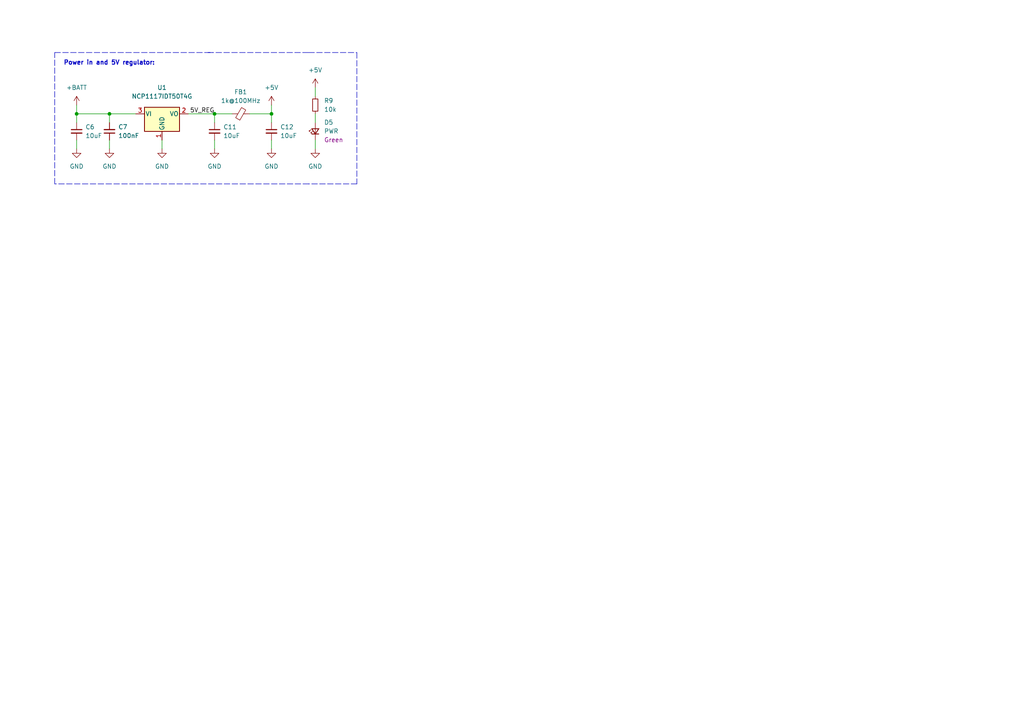
<source format=kicad_sch>
(kicad_sch (version 20231120) (generator "eeschema") (generator_version "8.0")
  (paper "A4")
  (title_block (title "LMM Retrofit") (date "2022-05-08") (rev "1") (company "Hans Wilhelm Zeuschner") (comment 1 "Zweitprüfer: Ewald Zimmermann B. Eng.") (comment 2 "Betreuer: Prof. Dr. Carsten Koch") (comment 3 "Hochschule Emden Leer") (comment 4 "Bacheloarbeit SoSe 2022"))
  (lib_symbols
    (symbol "Device:C_Small" (pin_numbers hide) (pin_names (offset 0.254) hide)
      (property "Reference" "C" (at 0.254 1.778 0))
      (property "Value" "C_Small" (at 0.254 -2.032 0))
      (symbol "C_Small_0_1"
        (polyline (pts (xy -1.524 -0.508) (xy 1.524 -0.508)) (stroke (width 0.3302)))
        (polyline (pts (xy -1.524 0.508) (xy 1.524 0.508)) (stroke (width 0.3048)))
      )
      (symbol "C_Small_1_1"
        (pin passive line (at 0 2.54 270) (length 2.032) (name "~") (number "1"))
        (pin passive line (at 0 -2.54 90) (length 2.032) (name "~") (number "2"))
      )
    )
    (symbol "Device:FerriteBead_Small" (pin_numbers hide) (pin_names (offset 0))
      (property "Reference" "FB" (at 1.905 1.27 0))
      (property "Value" "FerriteBead_Small" (at 1.905 -1.27 0))
      (symbol "FerriteBead_Small_0_1"
        (polyline (pts (xy 0 -1.27) (xy 0 -0.7874)))
        (polyline (pts (xy 0 0.889) (xy 0 1.2954)))
        (polyline (pts (xy -1.8288 0.2794) (xy -1.1176 1.4986) (xy 1.8288 -0.2032) (xy 1.1176 -1.4224) (xy -1.8288 0.2794)))
      )
      (symbol "FerriteBead_Small_1_1"
        (pin passive line (at 0 2.54 270) (length 1.27) (name "~") (number "1"))
        (pin passive line (at 0 -2.54 90) (length 1.27) (name "~") (number "2"))
      )
    )
    (symbol "Device:LED_Small" (pin_numbers hide) (pin_names (offset 0.254) hide)
      (property "Reference" "D" (at -1.27 3.175 0))
      (property "Value" "LED_Small" (at -4.445 -2.54 0))
      (symbol "LED_Small_0_1"
        (polyline (pts (xy -0.762 -1.016) (xy -0.762 1.016)) (stroke (width 0.254)))
        (polyline (pts (xy 1.016 0) (xy -0.762 0)))
        (polyline (pts (xy 0.762 -1.016) (xy -0.762 0) (xy 0.762 1.016) (xy 0.762 -1.016)) (stroke (width 0.254)))
        (polyline (pts (xy 0 0.762) (xy -0.508 1.27) (xy -0.254 1.27) (xy -0.508 1.27) (xy -0.508 1.016)))
        (polyline (pts (xy 0.508 1.27) (xy 0 1.778) (xy 0.254 1.778) (xy 0 1.778) (xy 0 1.524)))
      )
      (symbol "LED_Small_1_1"
        (pin passive line (at -2.54 0 0) (length 1.778) (name "K") (number "1"))
        (pin passive line (at 2.54 0 180) (length 1.778) (name "A") (number "2"))
      )
    )
    (symbol "Device:R_Small" (pin_numbers hide) (pin_names (offset 0.254) hide)
      (property "Reference" "R" (at 0.762 0.508 0))
      (property "Value" "R_Small" (at 0.762 -1.016 0))
      (symbol "R_Small_0_1"
        (rectangle (start -0.762 1.778) (end 0.762 -1.778) (stroke (width 0.2032)))
      )
      (symbol "R_Small_1_1"
        (pin passive line (at 0 2.54 270) (length 0.762) (name "~") (number "1"))
        (pin passive line (at 0 -2.54 90) (length 0.762) (name "~") (number "2"))
      )
    )
    (symbol "Regulator_Linear:NCP1117-5.0_TO252" (pin_names (offset 0.254))
      (property "Reference" "U" (at -3.81 3.175 0))
      (property "Value" "NCP1117-5.0_TO252" (at 0 3.175 0))
      (symbol "NCP1117-5.0_TO252_0_1"
        (rectangle (start -5.08 1.905) (end 5.08 -5.08) (stroke (width 0.254)) (fill (type background)))
      )
      (symbol "NCP1117-5.0_TO252_1_1"
        (pin power_in line (at 0 -7.62 90) (length 2.54) (name "GND") (number "1"))
        (pin power_out line (at 7.62 0 180) (length 2.54) (name "VO") (number "2"))
        (pin power_in line (at -7.62 0 0) (length 2.54) (name "VI") (number "3"))
      )
    )
    (symbol "power:+5V" (power) (pin_names (offset 0))
      (property "Value" "+5V" (at 0 3.556 0))
      (symbol "+5V_0_1"
        (polyline (pts (xy -0.762 1.27) (xy 0 2.54)))
        (polyline (pts (xy 0 0) (xy 0 2.54)))
        (polyline (pts (xy 0 2.54) (xy 0.762 1.27)))
      )
      (symbol "+5V_1_1"
        (pin power_in line (at 0 0 90) (length 0) hide (name "+5V") (number "1"))
      )
    )
    (symbol "power:+BATT" (power) (pin_names (offset 0))
      (property "Value" "+BATT" (at 0 3.556 0))
      (symbol "+BATT_0_1"
        (polyline (pts (xy -0.762 1.27) (xy 0 2.54)))
        (polyline (pts (xy 0 0) (xy 0 2.54)))
        (polyline (pts (xy 0 2.54) (xy 0.762 1.27)))
      )
      (symbol "+BATT_1_1"
        (pin power_in line (at 0 0 90) (length 0) hide (name "+BATT") (number "1"))
      )
    )
    (symbol "power:GND" (power) (pin_names (offset 0))
      (property "Value" "GND" (at 0 -3.81 0))
      (symbol "GND_0_1"
        (polyline (pts (xy 0 0) (xy 0 -1.27) (xy 1.27 -1.27) (xy 0 -2.54) (xy -1.27 -1.27) (xy 0 -1.27)))
      )
      (symbol "GND_1_1"
        (pin power_in line (at 0 0 270) (length 0) hide (name "GND") (number "1"))
      )
    )
  )
  (junction (at 62.23 33.02))
  (junction (at 31.75 33.02))
  (junction (at 22.225 33.02))
  (junction (at 78.74 33.02))
  (wire (pts (xy 91.44 25.4) (xy 91.44 27.94)))
  (polyline (pts (xy 103.505 53.34) (xy 89.535 53.34)) (stroke (width 0) (type dash)))
  (wire (pts (xy 78.74 33.02) (xy 78.74 30.48)))
  (polyline (pts (xy 60.325 15.24) (xy 89.535 15.24)) (stroke (width 0) (type dash)))
  (polyline (pts (xy 15.875 53.34) (xy 15.875 15.24)) (stroke (width 0) (type dash)))
  (wire (pts (xy 62.23 33.02) (xy 67.31 33.02)))
  (wire (pts (xy 22.225 33.02) (xy 31.75 33.02)))
  (wire (pts (xy 31.75 33.02) (xy 39.37 33.02)))
  (polyline (pts (xy 89.535 15.24) (xy 103.505 15.24)) (stroke (width 0) (type dash)))
  (wire (pts (xy 62.23 40.64) (xy 62.23 43.18)))
  (wire (pts (xy 91.44 33.02) (xy 91.44 35.56)))
  (polyline (pts (xy 89.535 53.34) (xy 15.875 53.34)) (stroke (width 0) (type dash)))
  (polyline (pts (xy 103.505 15.24) (xy 103.505 53.34)) (stroke (width 0) (type dash)))
  (wire (pts (xy 54.61 33.02) (xy 62.23 33.02)))
  (wire (pts (xy 46.99 40.64) (xy 46.99 43.18)))
  (wire (pts (xy 22.225 33.02) (xy 22.225 35.56)))
  (wire (pts (xy 72.39 33.02) (xy 78.74 33.02)))
  (wire (pts (xy 62.23 33.02) (xy 62.23 35.56)))
  (polyline (pts (xy 15.875 15.24) (xy 61.595 15.24)) (stroke (width 0) (type dash)))
  (wire (pts (xy 22.225 40.64) (xy 22.225 43.18)))
  (wire (pts (xy 31.75 33.02) (xy 31.75 35.56)))
  (wire (pts (xy 78.74 33.02) (xy 78.74 35.56)))
  (wire (pts (xy 22.225 33.02) (xy 22.225 30.48)))
  (wire (pts (xy 91.44 40.64) (xy 91.44 43.18)))
  (wire (pts (xy 78.74 40.64) (xy 78.74 43.18)))
  (wire (pts (xy 31.75 40.64) (xy 31.75 43.18)))
  (text "Power in and 5V regulator:" (at 18.415 19.05 0) (effects (font (size 1.27 1.27) (thickness 0.254) (bold yes)) (justify left bottom)))
  (label "5V_REG" (at 62.23 33.02 180))
  (symbol (lib_id "power:GND") (at 62.23 43.18 0) (unit 1)
    (property "Reference" "#PWR0145" (effects (hide yes)))
    (property "Value" "GND" (at 62.23 48.26 0))
  )
  (symbol (lib_id "Device:C_Small") (at 31.75 38.1 180) (unit 1)
    (property "Reference" "C7" (at 34.29 36.8235 0) (effects (justify right)))
    (property "Value" "100nF" (at 34.29 39.3635 0) (effects (justify right)))
    (property "Footprint" "Capacitor_SMD:C_0805_2012Metric" (effects (hide yes)))
    (property "Datasheet" "https://www.yuden.co.jp/productdata/catalog/mlcc_all_hq_e.pdf" (effects (hide yes)))
    (property "Digi-Key Part Number" "587-3508-1-ND" (effects (hide yes)))
    (property "MPN" "UMK212B7104KGHT" (effects (hide yes)))
  )
  (symbol (lib_id "Regulator_Linear:NCP1117-5.0_TO252") (at 46.99 33.02 0) (unit 1)
    (property "Reference" "U1" (at 46.99 25.4 0))
    (property "Value" "NCP1117IDT50T4G" (at 46.99 27.94 0))
    (property "Footprint" "Package_TO_SOT_SMD:TO-252-2" (effects (hide yes)))
    (property "Datasheet" "https://www.onsemi.com/pdf/datasheet/ncp1117-d.pdf" (effects (hide yes)))
    (property "Digi-Key Part Number" "488-NCP1117IDT50T4GCT-ND" (effects (hide yes)))
    (property "MPN" "NCP1117IDT50T4G" (effects (hide yes)))
  )
  (symbol (lib_id "Device:LED_Small") (at 91.44 38.1 90) (unit 1)
    (property "Reference" "D5" (at 93.98 35.4964 90) (effects (justify right)))
    (property "Value" "PWR" (at 93.98 38.0364 90) (effects (justify right)))
    (property "Footprint" "lmm_footprints:LED_0805_2012Metric_Silkscreen_Text" (effects (hide yes)))
    (property "Datasheet" "https://www.we-online.com/katalog/datasheet/150080GS75000.pdf" (effects (hide yes)))
    (property "Digi-Key Part Number" "732-4983-1-ND" (effects (hide yes)))
    (property "MPN" "150080GS75000" (effects (hide yes)))
    (property "Color" "Green" (at 93.98 40.5764 90) (effects (justify right)))
  )
  (symbol (lib_id "power:+5V") (at 78.74 30.48 0) (unit 1)
    (property "Reference" "#PWR0148" (effects (hide yes)))
    (property "Value" "+5V" (at 78.74 25.4 0))
  )
  (symbol (lib_id "power:GND") (at 22.225 43.18 0) (mirror y) (unit 1)
    (property "Reference" "#PWR0144" (effects (hide yes)))
    (property "Value" "GND" (at 22.225 48.26 0))
  )
  (symbol (lib_id "power:+5V") (at 91.44 25.4 0) (unit 1)
    (property "Reference" "#PWR0146" (effects (hide yes)))
    (property "Value" "+5V" (at 91.44 20.32 0))
  )
  (symbol (lib_id "power:GND") (at 31.75 43.18 0) (mirror y) (unit 1)
    (property "Reference" "#PWR0143" (effects (hide yes)))
    (property "Value" "GND" (at 31.75 48.26 0))
  )
  (symbol (lib_id "power:GND") (at 91.44 43.18 0) (unit 1)
    (property "Reference" "#PWR0149" (effects (hide yes)))
    (property "Value" "GND" (at 91.44 48.26 0))
  )
  (symbol (lib_id "Device:C_Small") (at 62.23 38.1 0) (unit 1)
    (property "Reference" "C11" (at 64.77 36.8362 0) (effects (justify left)))
    (property "Value" "10uF" (at 64.77 39.3762 0) (effects (justify left)))
    (property "Footprint" "Capacitor_SMD:C_0805_2012Metric" (effects (hide yes)))
    (property "Datasheet" "https://ds.yuden.co.jp/TYCOMPAS/ut/detail?pn=MCAST21GBB5106MTNA01&u=M" (effects (hide yes)))
    (property "Digi-Key Part Number" "587-6440-1-ND" (effects (hide yes)))
    (property "MPN" "TMK212BBJ106MGHT" (effects (hide yes)))
  )
  (symbol (lib_id "Device:C_Small") (at 22.225 38.1 0) (mirror y) (unit 1)
    (property "Reference" "C6" (at 24.765 36.8362 0) (effects (justify right)))
    (property "Value" "10uF" (at 24.765 39.3762 0) (effects (justify right)))
    (property "Footprint" "Capacitor_SMD:C_0805_2012Metric" (effects (hide yes)))
    (property "Datasheet" "https://ds.yuden.co.jp/TYCOMPAS/ut/detail?pn=MCAST21GBB5106MTNA01&u=M" (effects (hide yes)))
    (property "Digi-Key Part Number" "587-6440-1-ND" (effects (hide yes)))
    (property "MPN" "TMK212BBJ106MGHT" (effects (hide yes)))
  )
  (symbol (lib_id "Device:C_Small") (at 78.74 38.1 0) (unit 1)
    (property "Reference" "C12" (at 81.28 36.8362 0) (effects (justify left)))
    (property "Value" "10uF" (at 81.28 39.3762 0) (effects (justify left)))
    (property "Footprint" "Capacitor_SMD:C_0805_2012Metric" (effects (hide yes)))
    (property "Datasheet" "https://ds.yuden.co.jp/TYCOMPAS/ut/detail?pn=MCAST21GBB5106MTNA01&u=M" (effects (hide yes)))
    (property "Digi-Key Part Number" "587-6440-1-ND" (effects (hide yes)))
    (property "MPN" "TMK212BBJ106MGHT" (effects (hide yes)))
  )
  (symbol (lib_id "power:GND") (at 78.74 43.18 0) (unit 1)
    (property "Reference" "#PWR0147" (effects (hide yes)))
    (property "Value" "GND" (at 78.74 48.26 0))
  )
  (symbol (lib_id "Device:FerriteBead_Small") (at 69.85 33.02 90) (unit 1)
    (property "Reference" "FB1" (at 69.8119 26.67 90))
    (property "Value" "1k@100MHz" (at 69.8119 29.21 90))
    (property "Footprint" "Inductor_SMD:L_0805_2012Metric" (effects (hide yes)))
    (property "Datasheet" "https://abracon.com/Magnetics/new/ACML-0805.pdf" (effects (hide yes)))
    (property "Digi-Key Part Number" "535-ACML-0805-102-TCT-ND" (effects (hide yes)))
    (property "MPN" "ACML-0805-102-T" (effects (hide yes)))
  )
  (symbol (lib_id "Device:R_Small") (at 91.44 30.48 0) (unit 1)
    (property "Reference" "R9" (at 93.98 29.2099 0) (effects (justify left)))
    (property "Value" "10k" (at 93.98 31.7499 0) (effects (justify left)))
    (property "Footprint" "Resistor_SMD:R_0805_2012Metric" (effects (hide yes)))
    (property "Datasheet" "https://www.te.com/commerce/DocumentDelivery/DDEController?Action=srchrtrv&DocNm=1773204-3&DocType=DS&DocLang=English" (effects (hide yes)))
    (property "Digi-Key Part Number" "A130140CT-ND" (effects (hide yes)))
    (property "MPN" "CRGCQ0805J10K" (effects (hide yes)))
  )
  (symbol (lib_id "power:+BATT") (at 22.225 30.48 0) (unit 1)
    (property "Reference" "#PWR0142" (effects (hide yes)))
    (property "Value" "+BATT" (at 22.225 25.4 0))
  )
  (symbol (lib_id "power:GND") (at 46.99 43.18 0) (unit 1)
    (property "Reference" "#PWR0141" (effects (hide yes)))
    (property "Value" "GND" (at 46.99 48.26 0))
  )
)
</source>
